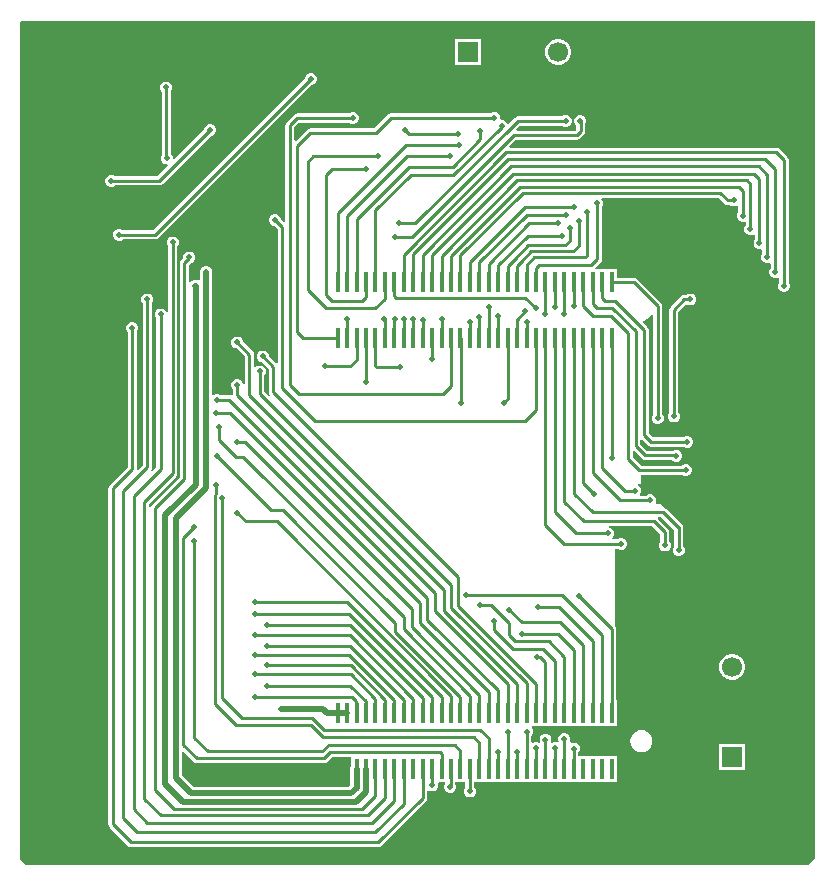
<source format=gbl>
G04*
G04 #@! TF.GenerationSoftware,Altium Limited,Altium Designer,22.1.2 (22)*
G04*
G04 Layer_Physical_Order=2*
G04 Layer_Color=16711680*
%FSLAX25Y25*%
%MOIN*%
G70*
G04*
G04 #@! TF.SameCoordinates,691D6CEF-7681-4429-9CE0-D2776B591AA1*
G04*
G04*
G04 #@! TF.FilePolarity,Positive*
G04*
G01*
G75*
%ADD11C,0.01000*%
%ADD33C,0.02000*%
%ADD34C,0.06693*%
%ADD35R,0.06693X0.06693*%
%ADD36R,0.06693X0.06693*%
%ADD37C,0.01968*%
%ADD38R,0.01378X0.06693*%
G36*
X168971Y96367D02*
Y-182867D01*
X166867Y-184971D01*
X-93866D01*
X-95971Y-182867D01*
Y95867D01*
X-95367Y96471D01*
X168867D01*
X168971Y96367D01*
D02*
G37*
%LPC*%
G36*
X84072Y90346D02*
X82928D01*
X81822Y90050D01*
X80831Y89478D01*
X80022Y88669D01*
X79450Y87678D01*
X79154Y86572D01*
Y85428D01*
X79450Y84322D01*
X80022Y83331D01*
X80831Y82522D01*
X81822Y81950D01*
X82928Y81653D01*
X84072D01*
X85178Y81950D01*
X86169Y82522D01*
X86978Y83331D01*
X87550Y84322D01*
X87846Y85428D01*
Y86572D01*
X87550Y87678D01*
X86978Y88669D01*
X86169Y89478D01*
X85178Y90050D01*
X84072Y90346D01*
D02*
G37*
G36*
X57846D02*
X49154D01*
Y81653D01*
X57846D01*
Y90346D01*
D02*
G37*
G36*
X-46898Y76151D02*
X-47687D01*
X-48416Y75849D01*
X-48975Y75291D01*
X-49277Y74562D01*
Y73772D01*
X-48975Y73043D01*
X-48676Y72744D01*
Y51631D01*
X-48682Y51624D01*
X-48984Y50895D01*
Y50105D01*
X-48682Y49376D01*
X-48124Y48818D01*
X-47395Y48516D01*
X-46854D01*
X-46647Y48016D01*
X-50108Y44555D01*
X-64198D01*
X-64351Y44707D01*
X-65080Y45009D01*
X-65869D01*
X-66599Y44707D01*
X-67157Y44149D01*
X-67459Y43420D01*
Y42631D01*
X-67157Y41901D01*
X-66599Y41343D01*
X-65869Y41041D01*
X-65080D01*
X-64351Y41343D01*
X-64198Y41496D01*
X-49475D01*
X-48889Y41612D01*
X-48393Y41944D01*
X-32321Y58016D01*
X-32105D01*
X-31376Y58318D01*
X-30818Y58876D01*
X-30516Y59605D01*
Y60395D01*
X-30818Y61124D01*
X-31376Y61682D01*
X-32105Y61984D01*
X-32895D01*
X-33624Y61682D01*
X-34182Y61124D01*
X-34484Y60395D01*
Y60179D01*
X-44516Y50147D01*
X-45016Y50354D01*
Y50895D01*
X-45318Y51624D01*
X-45617Y51923D01*
Y73036D01*
X-45610Y73043D01*
X-45308Y73772D01*
Y74562D01*
X-45610Y75291D01*
X-46168Y75849D01*
X-46898Y76151D01*
D02*
G37*
G36*
X1395Y78984D02*
X605D01*
X-124Y78682D01*
X-682Y78124D01*
X-984Y77395D01*
Y77179D01*
X-51501Y26662D01*
X-61590D01*
X-61743Y26815D01*
X-62472Y27117D01*
X-63262D01*
X-63991Y26815D01*
X-64549Y26257D01*
X-64851Y25528D01*
Y24738D01*
X-64549Y24009D01*
X-63991Y23451D01*
X-63262Y23149D01*
X-62472D01*
X-61743Y23451D01*
X-61590Y23604D01*
X-50867D01*
X-50282Y23720D01*
X-49786Y24051D01*
X1179Y75016D01*
X1395D01*
X2124Y75318D01*
X2682Y75876D01*
X2984Y76605D01*
Y77395D01*
X2682Y78124D01*
X2124Y78682D01*
X1395Y78984D01*
D02*
G37*
G36*
X15395Y65984D02*
X14605D01*
X13876Y65682D01*
X13723Y65529D01*
X-3500D01*
X-4085Y65413D01*
X-4581Y65081D01*
X-7081Y62581D01*
X-7413Y62085D01*
X-7529Y61500D01*
Y29346D01*
X-7991Y29154D01*
X-9016Y30179D01*
Y30395D01*
X-9318Y31124D01*
X-9876Y31682D01*
X-10605Y31984D01*
X-11395D01*
X-12124Y31682D01*
X-12682Y31124D01*
X-12984Y30395D01*
Y29605D01*
X-12682Y28876D01*
X-12124Y28318D01*
X-11395Y28016D01*
X-11179D01*
X-10029Y26866D01*
Y-17623D01*
X-10092Y-17671D01*
X-10529Y-17808D01*
X-13016Y-15321D01*
Y-15105D01*
X-13318Y-14376D01*
X-13876Y-13818D01*
X-14605Y-13516D01*
X-15395D01*
X-16124Y-13818D01*
X-16682Y-14376D01*
X-16984Y-15105D01*
Y-15895D01*
X-16682Y-16624D01*
X-16124Y-17182D01*
X-15395Y-17484D01*
X-15179D01*
X-13029Y-19634D01*
Y-27500D01*
X-12913Y-28085D01*
X-12648Y-28482D01*
X-13036Y-28801D01*
X-14471Y-27367D01*
Y-21777D01*
X-14318Y-21624D01*
X-14016Y-20895D01*
Y-20105D01*
X-14318Y-19376D01*
X-14876Y-18818D01*
X-15605Y-18516D01*
X-16395D01*
X-17124Y-18818D01*
X-17471Y-19164D01*
X-17971Y-18957D01*
Y-14848D01*
X-18087Y-14263D01*
X-18419Y-13767D01*
X-21525Y-10660D01*
Y-10444D01*
X-21827Y-9715D01*
X-22386Y-9156D01*
X-23115Y-8854D01*
X-23904D01*
X-24634Y-9156D01*
X-25192Y-9715D01*
X-25494Y-10444D01*
Y-11233D01*
X-25192Y-11963D01*
X-24634Y-12521D01*
X-23904Y-12823D01*
X-23688D01*
X-21029Y-15482D01*
Y-24607D01*
X-21525Y-24617D01*
X-21827Y-23888D01*
X-22386Y-23330D01*
X-23115Y-23028D01*
X-23904D01*
X-24634Y-23330D01*
X-25192Y-23888D01*
X-25494Y-24617D01*
Y-25407D01*
X-25192Y-26136D01*
X-25039Y-26289D01*
Y-28198D01*
X-25530Y-28471D01*
X-26116Y-28355D01*
X-28978D01*
X-29131Y-28202D01*
X-29860Y-27900D01*
X-30650D01*
X-31379Y-28202D01*
X-31461Y-28284D01*
X-31961Y-28077D01*
Y12517D01*
X-31915Y12746D01*
X-31970Y13023D01*
Y13141D01*
X-32015Y13251D01*
X-32070Y13527D01*
X-32227Y13761D01*
X-32272Y13870D01*
X-32356Y13954D01*
X-32513Y14188D01*
X-32747Y14345D01*
X-32830Y14429D01*
X-32940Y14474D01*
X-33174Y14630D01*
X-33450Y14685D01*
X-33560Y14731D01*
X-33678D01*
X-33954Y14786D01*
X-34231Y14731D01*
X-34349D01*
X-34459Y14685D01*
X-34735Y14630D01*
X-34969Y14474D01*
X-35078Y14429D01*
X-35162Y14345D01*
X-35396Y14188D01*
X-35442Y14143D01*
X-35598Y13909D01*
X-35637Y13870D01*
X-35657Y13821D01*
X-35884Y13481D01*
X-36039Y12701D01*
Y10130D01*
X-36099Y10059D01*
X-36272Y9937D01*
X-36539Y9857D01*
X-36694Y9961D01*
X-36970Y10016D01*
X-37080Y10061D01*
X-37198D01*
X-37474Y10116D01*
X-37751Y10061D01*
X-37869D01*
X-37979Y10016D01*
X-38255Y9961D01*
X-38489Y9804D01*
X-38598Y9759D01*
X-38682Y9675D01*
X-38916Y9519D01*
X-39073Y9285D01*
X-39157Y9201D01*
X-39215Y9178D01*
X-39665Y9438D01*
Y14910D01*
X-39027Y15548D01*
X-38376Y15818D01*
X-37818Y16376D01*
X-37516Y17105D01*
Y17895D01*
X-37818Y18624D01*
X-38376Y19182D01*
X-39105Y19484D01*
X-39895D01*
X-40624Y19182D01*
X-41182Y18624D01*
X-41484Y17895D01*
Y17417D01*
X-42276Y16625D01*
X-42608Y16128D01*
X-42724Y15543D01*
Y-55561D01*
X-52081Y-64919D01*
X-52413Y-65415D01*
X-52471Y-65705D01*
X-52971Y-65655D01*
Y-64634D01*
X-43919Y-55581D01*
X-43587Y-55085D01*
X-43471Y-54500D01*
Y21223D01*
X-43318Y21376D01*
X-43016Y22105D01*
Y22895D01*
X-43318Y23624D01*
X-43876Y24182D01*
X-44605Y24484D01*
X-45395D01*
X-46124Y24182D01*
X-46682Y23624D01*
X-46984Y22895D01*
Y22105D01*
X-46682Y21376D01*
X-46529Y21223D01*
Y-1072D01*
X-47016Y-1105D01*
X-47318Y-376D01*
X-47876Y182D01*
X-48605Y484D01*
X-49395D01*
X-50124Y182D01*
X-50682Y-376D01*
X-50984Y-1105D01*
Y-1895D01*
X-50682Y-2624D01*
X-50529Y-2777D01*
Y-52367D01*
X-51964Y-53801D01*
X-52352Y-53482D01*
X-52087Y-53085D01*
X-51971Y-52500D01*
Y2223D01*
X-51818Y2376D01*
X-51516Y3105D01*
Y3895D01*
X-51818Y4624D01*
X-52376Y5182D01*
X-53105Y5484D01*
X-53895D01*
X-54624Y5182D01*
X-55182Y4624D01*
X-55484Y3895D01*
Y3105D01*
X-55182Y2376D01*
X-55029Y2223D01*
Y-51867D01*
X-56535Y-53372D01*
X-56996Y-53126D01*
X-56971Y-53000D01*
Y-7277D01*
X-56818Y-7124D01*
X-56516Y-6395D01*
Y-5605D01*
X-56818Y-4876D01*
X-57376Y-4318D01*
X-58105Y-4016D01*
X-58895D01*
X-59624Y-4318D01*
X-60182Y-4876D01*
X-60484Y-5605D01*
Y-6395D01*
X-60182Y-7124D01*
X-60029Y-7277D01*
Y-52367D01*
X-66081Y-58419D01*
X-66413Y-58915D01*
X-66529Y-59500D01*
Y-171500D01*
X-66413Y-172085D01*
X-66081Y-172581D01*
X-60081Y-178581D01*
X-59585Y-178913D01*
X-59000Y-179029D01*
X23500D01*
X24085Y-178913D01*
X24581Y-178581D01*
X39369Y-163794D01*
X39700Y-163298D01*
X39817Y-162713D01*
Y-160330D01*
X40317Y-160123D01*
X40376Y-160182D01*
X41105Y-160484D01*
X41895D01*
X42624Y-160182D01*
X43182Y-159624D01*
X43484Y-158895D01*
Y-158105D01*
X43358Y-157799D01*
X43692Y-157299D01*
X45687D01*
X45895Y-157799D01*
X45818Y-157876D01*
X45516Y-158605D01*
Y-159395D01*
X45818Y-160124D01*
X46376Y-160682D01*
X47105Y-160984D01*
X47895D01*
X48624Y-160682D01*
X49182Y-160124D01*
X49484Y-159395D01*
Y-158605D01*
X49182Y-157876D01*
X49147Y-157841D01*
Y-157299D01*
X52488D01*
Y-159205D01*
X52318Y-159376D01*
X52016Y-160105D01*
Y-160895D01*
X52318Y-161624D01*
X52876Y-162182D01*
X53605Y-162484D01*
X54395D01*
X55124Y-162182D01*
X55682Y-161624D01*
X55984Y-160895D01*
Y-160105D01*
X55682Y-159376D01*
X55547Y-159241D01*
Y-157299D01*
X102969D01*
Y-148606D01*
X90210D01*
Y-147458D01*
X90363Y-147305D01*
X90665Y-146576D01*
Y-145786D01*
X90363Y-145057D01*
X89805Y-144499D01*
X89076Y-144197D01*
X88286D01*
X87916Y-144350D01*
X87331Y-144072D01*
X87279Y-143891D01*
X87484Y-143395D01*
Y-142605D01*
X87182Y-141876D01*
X86624Y-141318D01*
X85895Y-141016D01*
X85105D01*
X84376Y-141318D01*
X83818Y-141876D01*
X83516Y-142605D01*
Y-143395D01*
X83684Y-143802D01*
X83302Y-144184D01*
X82895Y-144016D01*
X82105D01*
X81491Y-144270D01*
X81147Y-144015D01*
X81088Y-143937D01*
X81217Y-143627D01*
Y-142838D01*
X80914Y-142108D01*
X80356Y-141550D01*
X79627Y-141248D01*
X78838D01*
X78108Y-141550D01*
X77550Y-142108D01*
X77248Y-142838D01*
Y-143627D01*
X77362Y-143903D01*
X76966Y-144252D01*
X76395Y-144016D01*
X75605D01*
X75032Y-144253D01*
X74532Y-144009D01*
Y-141877D01*
X74754Y-141655D01*
X75056Y-140926D01*
Y-140137D01*
X74754Y-139407D01*
X74642Y-139295D01*
X74849Y-138795D01*
X80693D01*
Y-138795D01*
X90370D01*
Y-138795D01*
X99590D01*
Y-138795D01*
X102969D01*
Y-130102D01*
X102809D01*
Y-106280D01*
X102692Y-105694D01*
X102361Y-105198D01*
X102500Y-105059D01*
Y-79529D01*
X103223D01*
X103376Y-79682D01*
X104105Y-79984D01*
X104895D01*
X105624Y-79682D01*
X106182Y-79124D01*
X106484Y-78395D01*
Y-77605D01*
X106182Y-76876D01*
X105624Y-76318D01*
X104895Y-76016D01*
X104105D01*
X103376Y-76318D01*
X103223Y-76471D01*
X101543D01*
X101336Y-75971D01*
X101682Y-75624D01*
X101984Y-74895D01*
Y-74105D01*
X101682Y-73376D01*
X101124Y-72818D01*
X100395Y-72516D01*
X100428Y-72029D01*
X114866D01*
X117471Y-74634D01*
Y-77223D01*
X117318Y-77376D01*
X117016Y-78105D01*
Y-78895D01*
X117318Y-79624D01*
X117876Y-80182D01*
X118605Y-80484D01*
X119395D01*
X120124Y-80182D01*
X120682Y-79624D01*
X120984Y-78895D01*
Y-78105D01*
X120682Y-77376D01*
X120529Y-77223D01*
Y-74000D01*
X120413Y-73415D01*
X120081Y-72919D01*
X116692Y-69529D01*
X116829Y-69092D01*
X116877Y-69029D01*
X117867D01*
X122094Y-73257D01*
Y-78852D01*
X121941Y-79005D01*
X121639Y-79734D01*
Y-80523D01*
X121941Y-81253D01*
X122500Y-81811D01*
X123229Y-82113D01*
X124018D01*
X124748Y-81811D01*
X125306Y-81253D01*
X125608Y-80523D01*
Y-79734D01*
X125306Y-79005D01*
X125153Y-78852D01*
Y-72500D01*
X125037Y-71915D01*
X124705Y-71419D01*
X124332Y-71170D01*
X119581Y-66419D01*
X119380Y-66284D01*
X118998Y-66000D01*
X118998D01*
X117597Y-64599D01*
X116233D01*
X115956Y-64183D01*
X116086Y-63869D01*
Y-63080D01*
X115783Y-62351D01*
X115225Y-61792D01*
X114496Y-61490D01*
X113707D01*
X112977Y-61792D01*
X112824Y-61945D01*
X110888D01*
X110681Y-61445D01*
X110781Y-61345D01*
X111083Y-60615D01*
Y-59826D01*
X110781Y-59097D01*
X110223Y-58539D01*
X110130Y-58500D01*
X110229Y-58000D01*
X111000D01*
Y-55411D01*
X111180Y-54976D01*
X124739D01*
X124892Y-55128D01*
X125621Y-55431D01*
X126411D01*
X127140Y-55128D01*
X127698Y-54570D01*
X128000Y-53841D01*
Y-53052D01*
X127698Y-52322D01*
X127140Y-51764D01*
X126411Y-51462D01*
X125621D01*
X124892Y-51764D01*
X124739Y-51917D01*
X111198D01*
X108250Y-48969D01*
Y-47017D01*
X108712Y-46826D01*
X111449Y-49562D01*
X111945Y-49894D01*
X112531Y-50010D01*
X121468D01*
X121746Y-50288D01*
X122475Y-50590D01*
X123264D01*
X123994Y-50288D01*
X124552Y-49730D01*
X124854Y-49000D01*
Y-48211D01*
X124552Y-47482D01*
X123994Y-46924D01*
X123264Y-46622D01*
X122475D01*
X121746Y-46924D01*
X121718Y-46952D01*
X113164D01*
X110829Y-44616D01*
Y-43247D01*
X111329Y-43040D01*
X113371Y-45081D01*
X113867Y-45413D01*
X114452Y-45529D01*
X125223D01*
X125376Y-45682D01*
X126105Y-45984D01*
X126895D01*
X127624Y-45682D01*
X128182Y-45124D01*
X128484Y-44395D01*
Y-43605D01*
X128182Y-42876D01*
X127624Y-42318D01*
X126895Y-42016D01*
X126105D01*
X125376Y-42318D01*
X125223Y-42471D01*
X115085D01*
X113590Y-40975D01*
Y-6711D01*
X113473Y-6126D01*
X113142Y-5630D01*
X111624Y-4112D01*
X111804Y-3585D01*
X112168Y-3537D01*
X113051Y-3171D01*
X113809Y-2589D01*
X114391Y-1831D01*
X114595Y-1340D01*
X115095Y-1439D01*
Y-34877D01*
X114942Y-35030D01*
X114640Y-35759D01*
Y-36549D01*
X114942Y-37278D01*
X115500Y-37836D01*
X116229Y-38138D01*
X117019D01*
X117748Y-37836D01*
X118306Y-37278D01*
X118608Y-36549D01*
Y-35759D01*
X118306Y-35030D01*
X118153Y-34877D01*
Y1376D01*
X118037Y1961D01*
X117705Y2458D01*
X109829Y10333D01*
X109333Y10665D01*
X108748Y10781D01*
X102969D01*
Y13598D01*
X99819D01*
Y13598D01*
X95968D01*
X95761Y14098D01*
X97581Y15919D01*
X97913Y16415D01*
X98029Y17000D01*
Y34223D01*
X98182Y34376D01*
X98484Y35105D01*
Y35895D01*
X98182Y36624D01*
X97851Y36955D01*
X98058Y37455D01*
X136882D01*
X138919Y35419D01*
X139415Y35087D01*
X140000Y34971D01*
X140723D01*
X140876Y34818D01*
X141605Y34516D01*
X142395D01*
X143022Y34775D01*
X143521Y34562D01*
Y32673D01*
X143369Y32520D01*
X143067Y31791D01*
Y31001D01*
X143369Y30272D01*
X143927Y29714D01*
X144656Y29412D01*
X145446D01*
X145601Y29476D01*
X146017Y29198D01*
Y28209D01*
X145864Y28056D01*
X145562Y27327D01*
Y26537D01*
X145864Y25808D01*
X146422Y25250D01*
X147152Y24948D01*
X147941D01*
X148525Y25190D01*
X149025Y24951D01*
Y23529D01*
X148872Y23377D01*
X148570Y22647D01*
Y21858D01*
X148872Y21129D01*
X149430Y20571D01*
X150160Y20268D01*
X150949D01*
X151112Y20336D01*
X151527Y20058D01*
Y18816D01*
X151375Y18663D01*
X151073Y17934D01*
Y17144D01*
X151375Y16415D01*
X151933Y15857D01*
X152662Y15555D01*
X153451D01*
X153752Y15679D01*
X154252Y15345D01*
Y13909D01*
X154099Y13756D01*
X153797Y13027D01*
Y12238D01*
X154099Y11508D01*
X154657Y10950D01*
X155387Y10648D01*
X156176D01*
X156705Y10867D01*
X157205Y10596D01*
Y9206D01*
X157052Y9053D01*
X156750Y8324D01*
Y7535D01*
X157052Y6805D01*
X157610Y6247D01*
X158340Y5945D01*
X159129D01*
X159858Y6247D01*
X160417Y6805D01*
X160719Y7535D01*
Y8324D01*
X160417Y9053D01*
X160264Y9206D01*
Y49955D01*
X160147Y50540D01*
X159816Y51037D01*
X157271Y53581D01*
X156775Y53913D01*
X156189Y54029D01*
X67346D01*
X67154Y54491D01*
X69423Y56760D01*
X89789D01*
X90374Y56876D01*
X90871Y57208D01*
X92081Y58419D01*
X92413Y58915D01*
X92529Y59500D01*
Y61913D01*
X92810Y62590D01*
Y63379D01*
X92508Y64108D01*
X91950Y64666D01*
X91220Y64969D01*
X90431D01*
X89702Y64666D01*
X89143Y64108D01*
X88841Y63379D01*
Y62590D01*
X89143Y61860D01*
X89471Y61533D01*
Y60133D01*
X89156Y59819D01*
X69635D01*
X69443Y60281D01*
X70618Y61455D01*
X84687D01*
X84839Y61302D01*
X85569Y61000D01*
X86358D01*
X87087Y61302D01*
X87646Y61860D01*
X87948Y62590D01*
Y63379D01*
X87646Y64108D01*
X87087Y64666D01*
X86358Y64969D01*
X85569D01*
X84839Y64666D01*
X84687Y64514D01*
X69984D01*
X69399Y64397D01*
X68903Y64066D01*
X66869Y62032D01*
X66378Y62129D01*
X66291Y62341D01*
X65733Y62899D01*
X65003Y63201D01*
X64609D01*
X64220Y63570D01*
Y64359D01*
X63918Y65089D01*
X63360Y65647D01*
X62630Y65949D01*
X61841D01*
X61112Y65647D01*
X60994Y65529D01*
X27636D01*
X27051Y65413D01*
X26554Y65081D01*
X22002Y60529D01*
X824D01*
X239Y60413D01*
X-257Y60081D01*
X-4009Y56330D01*
X-4471Y56521D01*
Y60866D01*
X-2867Y62471D01*
X13723D01*
X13876Y62318D01*
X14605Y62016D01*
X15395D01*
X16124Y62318D01*
X16682Y62876D01*
X16984Y63605D01*
Y64395D01*
X16682Y65124D01*
X16124Y65682D01*
X15395Y65984D01*
D02*
G37*
G36*
X127895Y5484D02*
X127105D01*
X126376Y5182D01*
X126223Y5029D01*
X125500D01*
X124915Y4913D01*
X124419Y4581D01*
X120919Y1081D01*
X120587Y585D01*
X120471Y0D01*
Y-34223D01*
X120318Y-34376D01*
X120016Y-35105D01*
Y-35895D01*
X120318Y-36624D01*
X120876Y-37182D01*
X121605Y-37484D01*
X122395D01*
X123124Y-37182D01*
X123682Y-36624D01*
X123984Y-35895D01*
Y-35105D01*
X123682Y-34376D01*
X123529Y-34223D01*
Y-634D01*
X126134Y1971D01*
X126223D01*
X126376Y1818D01*
X127105Y1516D01*
X127895D01*
X128624Y1818D01*
X129182Y2376D01*
X129484Y3105D01*
Y3895D01*
X129182Y4624D01*
X128624Y5182D01*
X127895Y5484D01*
D02*
G37*
G36*
X142072Y-114654D02*
X140928D01*
X139822Y-114950D01*
X138831Y-115522D01*
X138022Y-116331D01*
X137450Y-117322D01*
X137153Y-118428D01*
Y-119572D01*
X137450Y-120678D01*
X138022Y-121669D01*
X138831Y-122478D01*
X139822Y-123050D01*
X140928Y-123346D01*
X142072D01*
X143178Y-123050D01*
X144169Y-122478D01*
X144978Y-121669D01*
X145550Y-120678D01*
X145846Y-119572D01*
Y-118428D01*
X145550Y-117322D01*
X144978Y-116331D01*
X144169Y-115522D01*
X143178Y-114950D01*
X142072Y-114654D01*
D02*
G37*
G36*
X111221Y-140040D02*
X110273Y-140164D01*
X109390Y-140530D01*
X108632Y-141112D01*
X108050Y-141870D01*
X107684Y-142753D01*
X107559Y-143701D01*
X107684Y-144648D01*
X108050Y-145531D01*
X108632Y-146290D01*
X109390Y-146872D01*
X110273Y-147237D01*
X111221Y-147362D01*
X112168Y-147237D01*
X113051Y-146872D01*
X113809Y-146290D01*
X114391Y-145531D01*
X114757Y-144648D01*
X114882Y-143701D01*
X114757Y-142753D01*
X114391Y-141870D01*
X113809Y-141112D01*
X113051Y-140530D01*
X112168Y-140164D01*
X111221Y-140040D01*
D02*
G37*
G36*
X145846Y-144653D02*
X137153D01*
Y-153347D01*
X145846D01*
Y-144653D01*
D02*
G37*
%LPD*%
G36*
X-38081Y-150581D02*
X-37585Y-150913D01*
X-37000Y-151029D01*
X5500D01*
X6085Y-150913D01*
X6581Y-150581D01*
X8134Y-149029D01*
X14551D01*
Y-151881D01*
X14356Y-152172D01*
X14201Y-152953D01*
Y-158415D01*
X13655Y-158961D01*
X-38155D01*
X-41961Y-155155D01*
Y-147355D01*
X-41499Y-147164D01*
X-38081Y-150581D01*
D02*
G37*
D11*
X-44500Y-166500D02*
X18000D01*
X22539Y-161961D01*
X-51000Y-160000D02*
X-44500Y-166500D01*
X20000Y-168500D02*
X25689Y-162811D01*
X-49000Y-168500D02*
X20000D01*
X-54500Y-163000D02*
X-49000Y-168500D01*
X14270Y-118441D02*
X25689Y-129861D01*
Y-134449D02*
Y-129861D01*
X13733Y-115000D02*
X28839Y-130105D01*
X-17500Y-115000D02*
X13733D01*
X28839Y-134449D02*
Y-130105D01*
X22539Y-134449D02*
Y-129539D01*
X14500Y-121500D02*
X22539Y-129539D01*
X-13692Y-118441D02*
X14270D01*
X-17500Y-121500D02*
X14500D01*
X68984Y-110484D02*
X80484D01*
X76499Y-115701D02*
X77483D01*
X62195Y-106695D02*
X68532Y-113031D01*
X78420D02*
X82382Y-116994D01*
X68532Y-113031D02*
X78420D01*
X76313Y-115516D02*
X76499Y-115701D01*
X80484Y-110484D02*
X85532Y-115532D01*
X77483Y-115701D02*
X79232Y-117450D01*
X67000Y-108500D02*
X68984Y-110484D01*
X71500Y-108000D02*
X83500D01*
X88681Y-113181D01*
X82382Y-134449D02*
Y-116994D01*
X52871Y-94871D02*
X84700D01*
X79232Y-134449D02*
Y-117450D01*
X158734Y7929D02*
Y49955D01*
X155781Y12632D02*
Y46878D01*
X14815Y-129000D02*
X16174Y-130359D01*
X-17500Y-129000D02*
X14815D01*
X-24000Y-138500D02*
X1000D01*
X5000Y-142500D01*
X55500D01*
X1500Y-136000D02*
X5500Y-140000D01*
X57500D01*
X-22000Y-136000D02*
X1500D01*
X-28516Y-129484D02*
X-22000Y-136000D01*
X-31000Y-131500D02*
X-24000Y-138500D01*
X-51000Y-160000D02*
Y-66000D01*
X-54500Y-163000D02*
Y-64000D01*
X-53500Y-171000D02*
X21500D01*
X-58000Y-166500D02*
Y-62000D01*
Y-166500D02*
X-53500Y-171000D01*
X-57000Y-174000D02*
X22500D01*
X-61500Y-169500D02*
X-57000Y-174000D01*
X-61500Y-169500D02*
Y-60500D01*
X-59000Y-177500D02*
X23500D01*
X-65000Y-171500D02*
Y-59500D01*
Y-171500D02*
X-59000Y-177500D01*
X-31000Y-131500D02*
Y-61714D01*
X-28516Y-129484D02*
Y-62743D01*
X-62867Y25133D02*
X-50867D01*
X1000Y77000D01*
X-65475Y43025D02*
X-49475D01*
X-32500Y60000D01*
X-47146Y50646D02*
X-47000Y50500D01*
X-47146Y50646D02*
Y74021D01*
X-47292Y74167D02*
X-47146Y74021D01*
X-17500Y-108500D02*
X14087D01*
X-18000D02*
X-17500D01*
X-13692Y-125214D02*
X14104D01*
X19286Y-130396D01*
X13983Y-105066D02*
X38287Y-129371D01*
X-13692Y-105066D02*
X13983D01*
X-13692Y-112000D02*
X13914D01*
X31988Y-130074D01*
X14087Y-108500D02*
X35138Y-129551D01*
X13791Y-101500D02*
X41437Y-129146D01*
X-17500Y-101500D02*
X13791D01*
X13165Y-97500D02*
X44587Y-128921D01*
X-17500Y-97500D02*
X13165D01*
X29222Y-107222D02*
X50886Y-128886D01*
X29222Y-107222D02*
Y-104222D01*
X-8168Y-66832D02*
X29222Y-104222D01*
X31920Y-106420D02*
X54035Y-128535D01*
X-21500Y-49000D02*
X31920Y-102420D01*
Y-106420D02*
Y-102420D01*
X34721Y-105721D02*
Y-99721D01*
Y-105721D02*
X57185Y-128185D01*
X-21025Y-43975D02*
X34721Y-99721D01*
X-26000Y-34500D02*
X37263Y-97763D01*
Y-104263D02*
X60335Y-127335D01*
X37263Y-104263D02*
Y-97763D01*
X39857Y-103189D02*
X63500Y-126833D01*
X-26116Y-29884D02*
X39857Y-95857D01*
Y-103189D02*
Y-95857D01*
X42502Y-100502D02*
Y-94502D01*
X-23510Y-28490D02*
X42502Y-94502D01*
Y-100502D02*
X66634Y-124634D01*
X-19500Y-28500D02*
X45252Y-93252D01*
Y-100252D02*
X69784Y-124784D01*
X45252Y-100252D02*
Y-93252D01*
X-16000Y-28000D02*
X47690Y-91690D01*
Y-99190D02*
X72933Y-124433D01*
X47690Y-99190D02*
Y-91690D01*
X50076Y-98576D02*
X76083Y-124583D01*
X-11500Y-27500D02*
X50076Y-89076D01*
Y-98576D02*
Y-89076D01*
X44587Y-134449D02*
Y-128921D01*
X41437Y-134449D02*
Y-129146D01*
X38287Y-134449D02*
Y-129371D01*
X-20541Y-70500D02*
X-10343D01*
X47736Y-128579D01*
X50886Y-134449D02*
Y-128886D01*
X47736Y-134449D02*
Y-128579D01*
X35138Y-134449D02*
Y-129551D01*
X31988Y-134449D02*
Y-130074D01*
X19286Y-134345D02*
X19390Y-134449D01*
X19286Y-134345D02*
Y-130396D01*
X16174Y-134382D02*
X16240Y-134449D01*
X16174Y-134382D02*
Y-130359D01*
X-51000Y-66000D02*
X-41195Y-56195D01*
Y15543D02*
X-39500Y17238D01*
X-41195Y-56195D02*
Y15543D01*
X-39500Y17238D02*
Y17500D01*
X-65000Y-59500D02*
X-58500Y-53000D01*
X-61500Y-60500D02*
X-53500Y-52500D01*
X-58000Y-62000D02*
X-49000Y-53000D01*
X-54500Y-64000D02*
X-45000Y-54500D01*
X23500Y-177500D02*
X38287Y-162713D01*
Y-152953D01*
X22500Y-174000D02*
X31988Y-164512D01*
Y-152953D01*
X21500Y-171000D02*
X28839Y-163661D01*
Y-152953D01*
X25689Y-162811D02*
Y-152953D01*
X22539Y-161961D02*
Y-152953D01*
X-58500Y-53000D02*
Y-6000D01*
X-53500Y-52500D02*
Y3500D01*
X-49000Y-53000D02*
Y-1500D01*
X-45000Y-54500D02*
Y22500D01*
X-37926Y-142574D02*
Y-77088D01*
X-41500Y-145000D02*
Y-76008D01*
X-37862Y-72369D01*
X-41500Y-145000D02*
X-37000Y-149500D01*
X-31000Y-61714D02*
X-30516Y-61230D01*
Y-58254D01*
Y-34500D02*
X-26000D01*
X-33396Y-147104D02*
X4896D01*
X7500Y-147500D02*
X44001D01*
X5500Y-149500D02*
X7500Y-147500D01*
X-37000Y-149500D02*
X5500D01*
X-37926Y-142574D02*
X-33396Y-147104D01*
X4896D02*
X7000Y-145000D01*
X49000D01*
X-23510Y-67532D02*
X-20541Y-70500D01*
X-30366Y-48634D02*
X-12168Y-66832D01*
X-8168D01*
X55500Y-142500D02*
X57185Y-144185D01*
X57500Y-140000D02*
X60335Y-142835D01*
X49000Y-145000D02*
X50886Y-146886D01*
Y-152953D02*
Y-146886D01*
X44587Y-152953D02*
Y-148086D01*
X44001Y-147500D02*
X44587Y-148086D01*
X41469Y-158468D02*
Y-152984D01*
X41437Y-152953D02*
X41469Y-152984D01*
Y-158468D02*
X41500Y-158500D01*
X47618Y-153071D02*
X47736Y-152953D01*
X47500Y-159000D02*
X47618Y-158882D01*
Y-153071D01*
X54018Y-160482D02*
Y-152971D01*
X54000Y-160500D02*
X54018Y-160482D01*
Y-152971D02*
X54035Y-152953D01*
X57185D02*
Y-144185D01*
X60335Y-152953D02*
Y-142835D01*
X-29500Y-43500D02*
X-24000Y-49000D01*
X-21500D01*
X-29500Y-43500D02*
Y-39000D01*
X-23510Y-43909D02*
X-23444Y-43975D01*
X-21025D01*
X57185Y-134449D02*
Y-128185D01*
X54035Y-134449D02*
Y-128535D01*
X69784Y-134449D02*
Y-124784D01*
X60335Y-134449D02*
Y-127335D01*
X76083Y-134449D02*
Y-124583D01*
X66634Y-134449D02*
Y-124634D01*
X63500Y-134433D02*
Y-126833D01*
X72933Y-134449D02*
Y-124433D01*
X-30255Y-29884D02*
X-26116D01*
X-8500Y-26000D02*
Y27500D01*
Y-26000D02*
X2500Y-37000D01*
X-16000Y-28000D02*
Y-20500D01*
X-11500Y-27500D02*
Y-19000D01*
X-19500Y-28500D02*
Y-14848D01*
X2500Y-37000D02*
X72500D01*
X-23510Y-28490D02*
Y-25012D01*
X-6000Y-25000D02*
Y61500D01*
Y-25000D02*
X-3000Y-28000D01*
X45000D01*
X57500Y-98500D02*
X61000D01*
X62195Y-106695D02*
Y-103579D01*
X61000Y-98500D02*
X67000Y-104500D01*
Y-108500D02*
Y-104500D01*
X84700Y-94871D02*
X98130Y-108301D01*
X-23510Y-10839D02*
X-19500Y-14848D01*
X-15000Y-15500D02*
X-11500Y-19000D01*
X72500Y-37000D02*
X76083Y-33417D01*
X-11000Y30000D02*
X-8500Y27500D01*
X-6000Y61500D02*
X-3500Y64000D01*
X63484Y-134449D02*
X63500Y-134433D01*
X66685Y-140791D02*
X66736Y-140740D01*
X66685Y-152902D02*
Y-140791D01*
X73002Y-152884D02*
Y-140601D01*
X73071Y-140531D01*
X72933Y-152953D02*
X73002Y-152884D01*
X69784Y-152953D02*
X69814Y-152923D01*
Y-147314D02*
X69843Y-147284D01*
X69814Y-152923D02*
Y-147314D01*
X66634Y-152953D02*
X66685Y-152902D01*
X63441Y-152909D02*
X63484Y-152953D01*
X63397Y-147186D02*
X63441Y-147229D01*
Y-152909D02*
Y-147229D01*
X79232Y-152953D02*
Y-143232D01*
X76083Y-152953D02*
Y-146083D01*
X76000Y-146000D02*
X76083Y-146083D01*
X82500Y-152835D02*
Y-146000D01*
X82382Y-152953D02*
X82500Y-152835D01*
X85532Y-152953D02*
Y-143032D01*
X85500Y-143000D02*
X85532Y-143032D01*
X88681Y-152953D02*
Y-146181D01*
X85532Y-134449D02*
Y-115532D01*
X88681Y-134449D02*
Y-113181D01*
X101279Y-134449D02*
Y-106280D01*
X90500Y-95500D02*
X101279Y-106280D01*
X98130Y-134449D02*
Y-108301D01*
X71340Y-104132D02*
X84132D01*
X91831Y-134449D02*
Y-111831D01*
X84132Y-104132D02*
X91831Y-111831D01*
X67165Y-99957D02*
X71340Y-104132D01*
X94980Y-134449D02*
Y-110480D01*
X76736Y-99075D02*
X83575D01*
X94980Y-110480D01*
X90826Y62984D02*
X91000Y62810D01*
Y59500D02*
Y62810D01*
X69984Y62984D02*
X85963D01*
X28839Y4586D02*
Y9252D01*
X29424Y4000D02*
X72564D01*
X75959Y605D01*
X28839Y4586D02*
X29424Y4000D01*
X60409Y-9178D02*
Y998D01*
X60483Y1072D01*
X69836Y-3177D02*
X72526Y-487D01*
X69836Y-9199D02*
Y-3177D01*
X72981Y-9204D02*
Y-4006D01*
X73030Y-3957D01*
X69784Y-9252D02*
X69836Y-9199D01*
X72933Y-9252D02*
X72981Y-9204D01*
X63398Y-9166D02*
X63484Y-9252D01*
X63398Y-9166D02*
Y-2040D01*
X63311Y-1954D02*
X63398Y-2040D01*
X57091Y-9158D02*
Y-2564D01*
X56998Y-2470D02*
X57091Y-2564D01*
Y-9158D02*
X57185Y-9252D01*
X60335D02*
X60409Y-9178D01*
X35862Y28863D02*
X69984Y62984D01*
X73829Y28829D02*
X83389D01*
X54035Y-9252D02*
Y-4035D01*
X54000Y-4000D02*
X54035Y-4035D01*
X57185Y15832D02*
X72947Y31594D01*
X57185Y9252D02*
Y15832D01*
X60335Y9252D02*
Y15335D01*
X73829Y28829D01*
X54035Y9252D02*
Y16067D01*
X72291Y34323D02*
X88733D01*
X54035Y16067D02*
X72291Y34323D01*
X72947Y31594D02*
X85968D01*
X73252Y24764D02*
X84632D01*
X63484Y14996D02*
X73252Y24764D01*
X63484Y9252D02*
Y14996D01*
X72966Y14966D02*
X75500Y17500D01*
X72966Y9285D02*
Y14966D01*
X75500Y17500D02*
X92414D01*
X69784Y9252D02*
Y14784D01*
X71000Y16000D01*
X74500Y19500D02*
X88543D01*
X71000Y16000D02*
Y16000D01*
X74500Y19500D01*
X66634Y9252D02*
Y14634D01*
X69000Y17000D01*
Y17000D02*
X73500Y21500D01*
X85883D01*
X69000Y17000D02*
Y17000D01*
X71665Y38984D02*
X137516D01*
X140000Y36500D01*
X50886Y18205D02*
X71665Y38984D01*
X70823Y41045D02*
X143731D01*
X145051Y39725D01*
X47736Y17958D02*
X70823Y41045D01*
X76083Y9252D02*
Y13927D01*
X77155Y15000D01*
X72933Y9252D02*
X72966Y9285D01*
X77155Y15000D02*
X94500D01*
X87500Y23117D02*
Y27266D01*
X85883Y21500D02*
X87500Y23117D01*
X90500Y21457D02*
Y29500D01*
X88543Y19500D02*
X90500Y21457D01*
X92414Y17500D02*
X93000Y18086D01*
Y32500D01*
X96500Y17000D02*
Y35500D01*
X94500Y15000D02*
X96500Y17000D01*
X38287Y18287D02*
X67835Y47835D01*
X44587Y18087D02*
X69660Y43160D01*
X68442Y45442D02*
X148691D01*
X150554Y43579D01*
X67835Y47835D02*
X150353D01*
X69660Y43160D02*
X146347D01*
X147546Y41960D01*
X41437Y18437D02*
X68442Y45442D01*
X150353Y47835D02*
X153057Y45131D01*
X125500Y3500D02*
X127500D01*
X122000Y0D02*
X125500Y3500D01*
X122000Y-35500D02*
Y0D01*
X101279Y9252D02*
X108748D01*
X116624Y-36154D02*
Y1376D01*
X108748Y9252D02*
X116624Y1376D01*
X94980Y2148D02*
X96452Y676D01*
X101501D01*
X109300Y-7122D01*
X94980Y2148D02*
Y9252D01*
X95000Y-2000D02*
X100941D01*
X106721Y-7780D01*
Y-49602D02*
Y-7780D01*
X109300Y-45250D02*
Y-7122D01*
X112060Y-41608D02*
Y-6711D01*
X99000Y3000D02*
X102349D01*
X112060Y-6711D01*
X114452Y-44000D02*
X126500D01*
X112060Y-41608D02*
X114452Y-44000D01*
X112531Y-48481D02*
X122745D01*
X109300Y-45250D02*
X112531Y-48481D01*
X110565Y-53446D02*
X126016D01*
X106721Y-49602D02*
X110565Y-53446D01*
X150554Y22253D02*
Y43579D01*
X147546Y26932D02*
Y41960D01*
X152487Y50172D02*
X155781Y46878D01*
X156189Y52500D02*
X158734Y49955D01*
X140000Y36500D02*
X142000D01*
X145051Y31396D02*
Y39725D01*
X153057Y17539D02*
Y45131D01*
X66672Y50172D02*
X152487D01*
X66000Y52500D02*
X156189D01*
X30514Y28863D02*
X35862D01*
X34841Y24341D02*
X68789Y58289D01*
X28948Y24341D02*
X34841D01*
X31988Y9252D02*
Y18488D01*
X66000Y52500D01*
X35138Y9252D02*
Y18638D01*
X66672Y50172D01*
X50886Y9252D02*
Y18205D01*
X47736Y9252D02*
Y17958D01*
X68789Y58289D02*
X89789D01*
X64609Y61109D02*
Y61217D01*
X48500Y45000D02*
X64609Y61109D01*
X34249Y45000D02*
X48500D01*
X48250Y47750D02*
X57459Y56959D01*
X33656Y47750D02*
X48250D01*
X57459Y56959D02*
Y59633D01*
X44587Y9252D02*
Y18087D01*
X41437Y9252D02*
Y18437D01*
X38287Y9252D02*
Y18287D01*
X16240Y30334D02*
X33656Y47750D01*
X22539Y33290D02*
X34249Y45000D01*
X33198Y51400D02*
X47383D01*
X13091Y31292D02*
X33198Y51400D01*
X32739Y55000D02*
X50551D01*
X9941Y32202D02*
X32739Y55000D01*
X89789Y58289D02*
X91000Y59500D01*
X9941Y9252D02*
Y32202D01*
X13091Y9252D02*
Y31292D01*
X16240Y9252D02*
Y30334D01*
X22539Y9252D02*
Y33290D01*
X57401Y59691D02*
X57459Y59633D01*
X7998Y46998D02*
X19381D01*
X6000Y45000D02*
X7998Y46998D01*
X1858Y51345D02*
X23543D01*
X0Y49487D02*
X1858Y51345D01*
X33570Y58774D02*
X50097D01*
X32500Y59844D02*
Y60000D01*
Y59844D02*
X33570Y58774D01*
X27636Y64000D02*
X62201D01*
X22636Y59000D02*
X27636Y64000D01*
X824Y59000D02*
X22636D01*
X-3500Y-7500D02*
Y54676D01*
X824Y59000D01*
X62201Y64000D02*
X62236Y63965D01*
X0Y6500D02*
Y49487D01*
X6000Y5000D02*
Y45000D01*
X19390Y4390D02*
Y9252D01*
X6000Y5000D02*
X8000Y3000D01*
X18000D01*
X19390Y4390D01*
X0Y6500D02*
X6000Y500D01*
X-3500Y-7500D02*
X-1748Y-9252D01*
X9941D01*
X13045Y-9207D02*
Y-3066D01*
X13000Y-3021D02*
X13045Y-3066D01*
Y-9207D02*
X13091Y-9252D01*
X22539Y-18528D02*
X23125Y-19114D01*
X22539Y-18528D02*
Y-9252D01*
X23125Y-19114D02*
X30832D01*
X16240Y-16760D02*
Y-9252D01*
X14172Y-18828D02*
X16240Y-16760D01*
X5854Y-18828D02*
X14172D01*
X6000Y500D02*
X22500D01*
X25689Y3689D02*
Y9252D01*
X22500Y500D02*
X25689Y3689D01*
X-3500Y64000D02*
X15000D01*
X41469Y-16468D02*
Y-9284D01*
Y-16468D02*
X41500Y-16500D01*
X41437Y-9252D02*
X41469Y-9284D01*
X28919Y-3081D02*
X29000Y-3000D01*
X28839Y-3161D02*
X28919Y-3081D01*
X76083Y-33417D02*
Y-9252D01*
X65500Y-31000D02*
Y-30738D01*
X66634Y-29604D02*
Y-9252D01*
X65500Y-30738D02*
X66634Y-29604D01*
X50886Y-9252D02*
X50943Y-9309D01*
Y-30943D02*
X51000Y-31000D01*
X50943Y-30943D02*
Y-9309D01*
X122745Y-48481D02*
X122870Y-48606D01*
X98130Y-52630D02*
X105721Y-60221D01*
X109099D01*
X103975Y-63475D02*
X114101D01*
X94980Y-54480D02*
X103975Y-63475D01*
X85532Y-1469D02*
Y9252D01*
X79000Y-1500D02*
X79232Y-1268D01*
Y9252D01*
X82382Y1118D02*
X82500Y1000D01*
X82382Y1118D02*
Y9252D01*
X88681Y1181D02*
Y9252D01*
X91831Y1169D02*
X95000Y-2000D01*
X91831Y1169D02*
Y9252D01*
X98130Y3870D02*
Y9252D01*
Y3870D02*
X99000Y3000D01*
X98130Y-52630D02*
Y-9252D01*
X94980Y-54480D02*
Y-9252D01*
X101390Y-49390D02*
Y-9362D01*
X101279Y-9252D02*
X101390Y-9362D01*
Y-49390D02*
X101500Y-49500D01*
X91831Y-57831D02*
Y-9252D01*
Y-57831D02*
X95500Y-61500D01*
X123624Y-80129D02*
Y-72500D01*
X88681Y-61181D02*
Y-9252D01*
Y-61181D02*
X95000Y-67500D01*
X118500D01*
X123500Y-72500D01*
X123624D01*
X92000Y-70500D02*
X115500D01*
X85532Y-64031D02*
X92000Y-70500D01*
X115500D02*
X119000Y-74000D01*
Y-78500D02*
Y-74000D01*
X85532Y-64031D02*
Y-9252D01*
X89500Y-74500D02*
X100000D01*
X82382Y-67382D02*
Y-9252D01*
Y-67382D02*
X89500Y-74500D01*
X85500Y-78000D02*
X104500D01*
X79232Y-71732D02*
Y-9252D01*
Y-71732D02*
X85500Y-78000D01*
X47736Y-25264D02*
Y-9252D01*
X45000Y-28000D02*
X47736Y-25264D01*
X35069Y-3069D02*
X35138Y-3138D01*
X35000Y-3000D02*
X35069Y-3069D01*
X44587Y-9252D02*
Y-3087D01*
X44500Y-3000D02*
X44587Y-3087D01*
X38287Y-3213D02*
X38500Y-3000D01*
X38287Y-9252D02*
Y-3213D01*
X35138Y-9252D02*
Y-3138D01*
X31988Y-3012D02*
X32000Y-3000D01*
X31988Y-9252D02*
Y-3012D01*
X28839Y-9252D02*
Y-3161D01*
X25689Y-9252D02*
Y-3189D01*
X25500Y-3000D02*
X25689Y-3189D01*
X19395Y-23861D02*
X19399Y-23866D01*
X19390Y-9252D02*
X19395Y-9257D01*
Y-23861D02*
Y-9257D01*
D33*
X-47500Y-158000D02*
X-41500Y-164000D01*
X16000D01*
X19390Y-160610D01*
X-9000Y-133000D02*
X5000D01*
X6449Y-134449D02*
X9941D01*
X5000Y-133000D02*
X6449Y-134449D01*
X9941D02*
X13091D01*
X-39000Y-161000D02*
X14500D01*
X-44000Y-156000D02*
Y-69500D01*
Y-156000D02*
X-39000Y-161000D01*
X-47500Y-158000D02*
Y-68500D01*
X-34000Y12701D02*
X-33954Y12746D01*
X-34000Y-59500D02*
Y12701D01*
X-37474Y8077D02*
X-37419Y8021D01*
Y-58419D02*
Y8021D01*
X-47500Y-68500D02*
X-37419Y-58419D01*
X-44000Y-69500D02*
X-34000Y-59500D01*
X19390Y-160610D02*
Y-152953D01*
X14500Y-161000D02*
X16240Y-159260D01*
Y-152953D01*
D34*
X83500Y86000D02*
D03*
X141500Y-119000D02*
D03*
D35*
X53500Y86000D02*
D03*
D36*
X141500Y-149000D02*
D03*
D37*
X76313Y-115516D02*
D03*
X-13000Y-156000D02*
D03*
X-5000Y-155500D02*
D03*
X3000D02*
D03*
X52871Y-94871D02*
D03*
X-29500Y81500D02*
D03*
X-48000Y82000D02*
D03*
X-63000Y81500D02*
D03*
X-74500Y82000D02*
D03*
X158734Y7929D02*
D03*
X155781Y12632D02*
D03*
X-9000Y-133000D02*
D03*
X1000Y77000D02*
D03*
X-32500Y60000D02*
D03*
X-47000Y50500D02*
D03*
X-47292Y74167D02*
D03*
X-62867Y25133D02*
D03*
X-65475Y43025D02*
D03*
X-13692Y-118441D02*
D03*
Y-125214D02*
D03*
Y-112000D02*
D03*
Y-105066D02*
D03*
X-17500Y-129000D02*
D03*
Y-121500D02*
D03*
Y-97500D02*
D03*
Y-101500D02*
D03*
Y-115000D02*
D03*
Y-108500D02*
D03*
X-33954Y12746D02*
D03*
X-37474Y8077D02*
D03*
X-58500Y-6000D02*
D03*
X-53500Y3500D02*
D03*
X-49000Y-1500D02*
D03*
X-39500Y17500D02*
D03*
X-45000Y22500D02*
D03*
X-37926Y-77088D02*
D03*
X-37862Y-72369D02*
D03*
X-28516Y-62743D02*
D03*
X-30516Y-34500D02*
D03*
Y-58254D02*
D03*
X-23510Y-67532D02*
D03*
X41500Y-158500D02*
D03*
X47500Y-159000D02*
D03*
X54000Y-160500D02*
D03*
X-30366Y-48634D02*
D03*
X-29500Y-39000D02*
D03*
X-23510Y-43909D02*
D03*
X57500Y-98500D02*
D03*
X62195Y-103579D02*
D03*
X71500Y-108000D02*
D03*
X-30255Y-29884D02*
D03*
X-23510Y-25012D02*
D03*
Y-10839D02*
D03*
X-16000Y-20500D02*
D03*
X-15000Y-15500D02*
D03*
X66736Y-140740D02*
D03*
X73071Y-140531D02*
D03*
X69843Y-147284D02*
D03*
X63397Y-147186D02*
D03*
X79232Y-143232D02*
D03*
X82500Y-146000D02*
D03*
X88681Y-146181D02*
D03*
X76000Y-146000D02*
D03*
X85500Y-143000D02*
D03*
X67165Y-99957D02*
D03*
X76736Y-99075D02*
D03*
X90500Y-95500D02*
D03*
X90826Y62984D02*
D03*
X85963D02*
D03*
X60483Y1072D02*
D03*
X72526Y-487D02*
D03*
X73030Y-3957D02*
D03*
X63311Y-1954D02*
D03*
X56998Y-2470D02*
D03*
X83455Y28829D02*
D03*
X54000Y-4000D02*
D03*
X75959Y605D02*
D03*
X88733Y34323D02*
D03*
X85968Y31594D02*
D03*
X84632Y24764D02*
D03*
X87500Y27266D02*
D03*
X90500Y29500D02*
D03*
X93000Y32500D02*
D03*
X96500Y35500D02*
D03*
X127500Y3500D02*
D03*
X122000Y-35500D02*
D03*
X116624Y-36154D02*
D03*
X150554Y22253D02*
D03*
X147546Y26932D02*
D03*
X142000Y36500D02*
D03*
X145051Y31396D02*
D03*
X153057Y17539D02*
D03*
X64609Y61217D02*
D03*
X47383Y51400D02*
D03*
X57401Y59691D02*
D03*
X19381Y46998D02*
D03*
X23543Y51345D02*
D03*
X50551Y55000D02*
D03*
X50097Y58774D02*
D03*
X30514Y28863D02*
D03*
X62236Y63965D02*
D03*
X32500Y60000D02*
D03*
X13000Y-3021D02*
D03*
X30832Y-19114D02*
D03*
X5854Y-18828D02*
D03*
X15000Y64000D02*
D03*
X41500Y-16500D02*
D03*
X28948Y24341D02*
D03*
X-11000Y30000D02*
D03*
X65500Y-31000D02*
D03*
X51000D02*
D03*
X122870Y-48606D02*
D03*
X126016Y-53446D02*
D03*
X126500Y-44000D02*
D03*
X109099Y-60221D02*
D03*
X114101Y-63475D02*
D03*
X82500Y1000D02*
D03*
X85532Y-1469D02*
D03*
X88681Y1181D02*
D03*
X79232Y-1268D02*
D03*
X101500Y-49500D02*
D03*
X95500Y-61500D02*
D03*
X104500Y-78000D02*
D03*
X123624Y-80129D02*
D03*
X119000Y-78500D02*
D03*
X100000Y-74500D02*
D03*
X44587Y-3087D02*
D03*
X38287Y-3213D02*
D03*
X35069Y-3069D02*
D03*
X31988Y-3012D02*
D03*
X28919Y-3081D02*
D03*
X25500Y-3000D02*
D03*
X19399Y-23866D02*
D03*
D38*
X9941Y-134449D02*
D03*
X13091D02*
D03*
X16240Y-134449D02*
D03*
X19390D02*
D03*
X22539D02*
D03*
X25689Y-134449D02*
D03*
X28839D02*
D03*
X31988D02*
D03*
X35138D02*
D03*
X38287Y-134449D02*
D03*
X41437Y-134449D02*
D03*
X44587D02*
D03*
X47736D02*
D03*
X50886D02*
D03*
X54035D02*
D03*
X57185Y-134449D02*
D03*
X60335Y-134449D02*
D03*
X63484D02*
D03*
X66634D02*
D03*
X69784D02*
D03*
X72933D02*
D03*
X76083Y-134449D02*
D03*
X79232D02*
D03*
X82382Y-134449D02*
D03*
X85532D02*
D03*
X88681D02*
D03*
X91831Y-134449D02*
D03*
X94980D02*
D03*
X98130D02*
D03*
X101279Y-152953D02*
D03*
X98130D02*
D03*
X94980D02*
D03*
X91831D02*
D03*
X88681D02*
D03*
X85532D02*
D03*
X82382D02*
D03*
X79232D02*
D03*
X76083D02*
D03*
X72933D02*
D03*
X69784D02*
D03*
X66634D02*
D03*
X63484D02*
D03*
X60335D02*
D03*
X57185D02*
D03*
X54035D02*
D03*
X50886D02*
D03*
X47736D02*
D03*
X44587D02*
D03*
X41437D02*
D03*
X38287D02*
D03*
X35138D02*
D03*
X31988D02*
D03*
X28839D02*
D03*
X25689D02*
D03*
X22539D02*
D03*
X19390D02*
D03*
X16240D02*
D03*
X13091D02*
D03*
X9941D02*
D03*
X101279Y-134449D02*
D03*
X9941Y9252D02*
D03*
X13091D02*
D03*
X16240Y9252D02*
D03*
X19390D02*
D03*
X22539D02*
D03*
X25689Y9252D02*
D03*
X28839D02*
D03*
X31988D02*
D03*
X35138D02*
D03*
X38287Y9252D02*
D03*
X41437Y9252D02*
D03*
X44587D02*
D03*
X47736D02*
D03*
X50886D02*
D03*
X54035D02*
D03*
X57185Y9252D02*
D03*
X60335Y9252D02*
D03*
X63484D02*
D03*
X66634D02*
D03*
X69784D02*
D03*
X72933D02*
D03*
X76083Y9252D02*
D03*
X79232D02*
D03*
X82382Y9252D02*
D03*
X85532D02*
D03*
X88681D02*
D03*
X91831Y9252D02*
D03*
X94980D02*
D03*
X98130D02*
D03*
X101279Y-9252D02*
D03*
X98130D02*
D03*
X94980D02*
D03*
X91831D02*
D03*
X88681D02*
D03*
X85532D02*
D03*
X82382D02*
D03*
X79232D02*
D03*
X76083D02*
D03*
X72933D02*
D03*
X69784D02*
D03*
X66634D02*
D03*
X63484D02*
D03*
X60335D02*
D03*
X57185D02*
D03*
X54035D02*
D03*
X50886D02*
D03*
X47736D02*
D03*
X44587D02*
D03*
X41437D02*
D03*
X38287D02*
D03*
X35138D02*
D03*
X31988D02*
D03*
X28839D02*
D03*
X25689D02*
D03*
X22539D02*
D03*
X19390D02*
D03*
X16240D02*
D03*
X13091D02*
D03*
X9941D02*
D03*
X101279Y9252D02*
D03*
M02*

</source>
